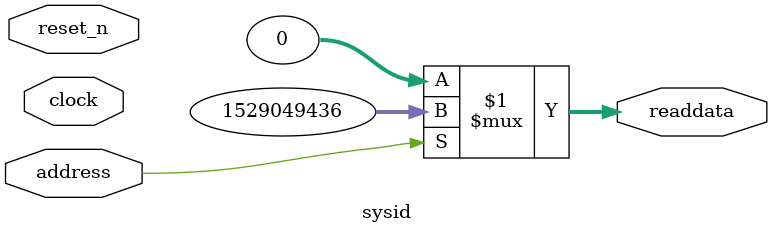
<source format=v>

`timescale 1ns / 1ps
// synthesis translate_on

// turn off superfluous verilog processor warnings 
// altera message_level Level1 
// altera message_off 10034 10035 10036 10037 10230 10240 10030 

module sysid (
               // inputs:
                address,
                clock,
                reset_n,

               // outputs:
                readdata
             )
;

  output  [ 31: 0] readdata;
  input            address;
  input            clock;
  input            reset_n;

  wire    [ 31: 0] readdata;
  //control_slave, which is an e_avalon_slave
  assign readdata = address ? 1529049436 : 0;

endmodule


</source>
